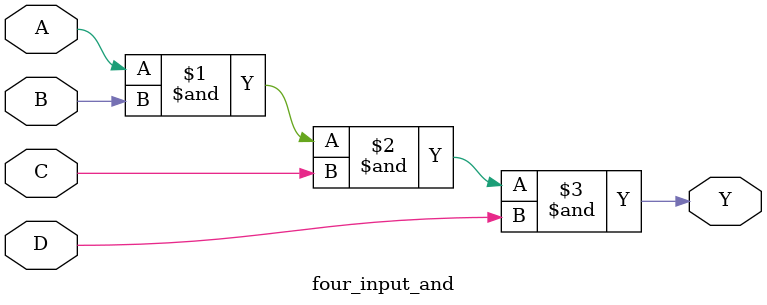
<source format=v>
module four_input_and (
  input A,
  input B,
  input C,
  input D,
  output Y
);

  assign Y = A & B & C & D;

endmodule
</source>
